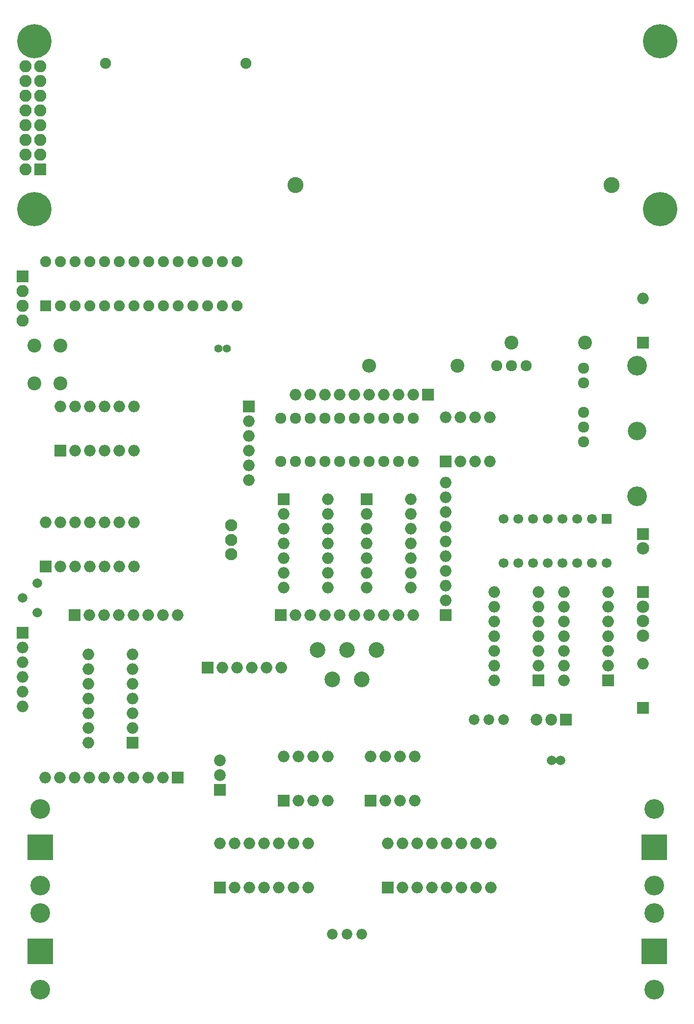
<source format=gbr>
%TF.GenerationSoftware,KiCad,Pcbnew,(5.0.0-rc2-dev-720-g9704891c8)*%
%TF.CreationDate,2018-06-11T16:43:15-04:00*%
%TF.ProjectId,Main,4D61696E2E6B696361645F7063620000,rev?*%
%TF.SameCoordinates,Original*%
%TF.FileFunction,Soldermask,Bot*%
%TF.FilePolarity,Negative*%
%FSLAX46Y46*%
G04 Gerber Fmt 4.6, Leading zero omitted, Abs format (unit mm)*
G04 Created by KiCad (PCBNEW (5.0.0-rc2-dev-720-g9704891c8)) date Mon Jun 11 16:43:15 2018*
%MOMM*%
%LPD*%
G01*
G04 APERTURE LIST*
%ADD10R,2.000000X2.000000*%
%ADD11O,2.000000X2.000000*%
%ADD12C,1.840000*%
%ADD13R,4.400000X4.400000*%
%ADD14C,3.400000*%
%ADD15C,2.150000*%
%ADD16R,2.150000X2.150000*%
%ADD17O,2.400000X2.400000*%
%ADD18C,2.400000*%
%ADD19C,3.200000*%
%ADD20C,1.900000*%
%ADD21C,1.660000*%
%ADD22C,1.400000*%
%ADD23C,2.760000*%
%ADD24C,1.670000*%
%ADD25C,1.924000*%
%ADD26R,1.898600X1.898600*%
%ADD27C,1.898600*%
%ADD28C,2.100000*%
%ADD29R,1.695400X1.695400*%
%ADD30C,1.695400*%
%ADD31C,2.700000*%
%ADD32O,2.100000X2.100000*%
%ADD33R,2.100000X2.100000*%
%ADD34C,2.020000*%
%ADD35R,2.020000X2.020000*%
%ADD36C,5.900000*%
G04 APERTURE END LIST*
D10*
X58000000Y-170000000D03*
D11*
X73240000Y-162380000D03*
X60540000Y-170000000D03*
X70700000Y-162380000D03*
X63080000Y-170000000D03*
X68160000Y-162380000D03*
X65620000Y-170000000D03*
X65620000Y-162380000D03*
X68160000Y-170000000D03*
X63080000Y-162380000D03*
X70700000Y-170000000D03*
X60540000Y-162380000D03*
X73240000Y-170000000D03*
X58000000Y-162380000D03*
D10*
X87000000Y-170000000D03*
D11*
X104780000Y-162380000D03*
X89540000Y-170000000D03*
X102240000Y-162380000D03*
X92080000Y-170000000D03*
X99700000Y-162380000D03*
X94620000Y-170000000D03*
X97160000Y-162380000D03*
X97160000Y-170000000D03*
X94620000Y-162380000D03*
X99700000Y-170000000D03*
X92080000Y-162380000D03*
X102240000Y-170000000D03*
X89540000Y-162380000D03*
X104780000Y-170000000D03*
X87000000Y-162380000D03*
D12*
X77460000Y-178000000D03*
X80000000Y-178000000D03*
X82540000Y-178000000D03*
D11*
X105380000Y-134240000D03*
X113000000Y-119000000D03*
X105380000Y-131700000D03*
X113000000Y-121540000D03*
X105380000Y-129160000D03*
X113000000Y-124080000D03*
X105380000Y-126620000D03*
X113000000Y-126620000D03*
X105380000Y-124080000D03*
X113000000Y-129160000D03*
X105380000Y-121540000D03*
X113000000Y-131700000D03*
X105380000Y-119000000D03*
D10*
X113000000Y-134240000D03*
D11*
X84000000Y-147380000D03*
X91620000Y-155000000D03*
X86540000Y-147380000D03*
X89080000Y-155000000D03*
X89080000Y-147380000D03*
X86540000Y-155000000D03*
X91620000Y-147380000D03*
D10*
X84000000Y-155000000D03*
D11*
X35380000Y-145000000D03*
X43000000Y-129760000D03*
X35380000Y-142460000D03*
X43000000Y-132300000D03*
X35380000Y-139920000D03*
X43000000Y-134840000D03*
X35380000Y-137380000D03*
X43000000Y-137380000D03*
X35380000Y-134840000D03*
X43000000Y-139920000D03*
X35380000Y-132300000D03*
X43000000Y-142460000D03*
X35380000Y-129760000D03*
D10*
X43000000Y-145000000D03*
D11*
X27980000Y-107000000D03*
X43220000Y-114620000D03*
X30520000Y-107000000D03*
X40680000Y-114620000D03*
X33060000Y-107000000D03*
X38140000Y-114620000D03*
X35600000Y-107000000D03*
X35600000Y-114620000D03*
X38140000Y-107000000D03*
X33060000Y-114620000D03*
X40680000Y-107000000D03*
X30520000Y-114620000D03*
X43220000Y-107000000D03*
D10*
X27980000Y-114620000D03*
D11*
X69000000Y-147380000D03*
X76620000Y-155000000D03*
X71540000Y-147380000D03*
X74080000Y-155000000D03*
X74080000Y-147380000D03*
X71540000Y-155000000D03*
X76620000Y-147380000D03*
D10*
X69000000Y-155000000D03*
D13*
X133000000Y-181000000D03*
D14*
X133000000Y-187600000D03*
X133000000Y-174400000D03*
D13*
X133000000Y-163000000D03*
D14*
X133000000Y-169600000D03*
X133000000Y-156400000D03*
D13*
X27000000Y-181000000D03*
D14*
X27000000Y-174400000D03*
X27000000Y-187600000D03*
D13*
X27000000Y-163000000D03*
D14*
X27000000Y-156400000D03*
X27000000Y-169600000D03*
D15*
X131000000Y-111500000D03*
D16*
X131000000Y-109000000D03*
D15*
X131000000Y-126500000D03*
X131000000Y-124000000D03*
X131000000Y-121500000D03*
D16*
X131000000Y-119000000D03*
D11*
X131000000Y-68380000D03*
D10*
X131000000Y-76000000D03*
D11*
X131000000Y-131380000D03*
D10*
X131000000Y-139000000D03*
D11*
X117380000Y-134240000D03*
X125000000Y-119000000D03*
X117380000Y-131700000D03*
X125000000Y-121540000D03*
X117380000Y-129160000D03*
X125000000Y-124080000D03*
X117380000Y-126620000D03*
X125000000Y-126620000D03*
X117380000Y-124080000D03*
X125000000Y-129160000D03*
X117380000Y-121540000D03*
X125000000Y-131700000D03*
X117380000Y-119000000D03*
D10*
X125000000Y-134240000D03*
D11*
X91000000Y-103000000D03*
X83380000Y-118240000D03*
X91000000Y-105540000D03*
X83380000Y-115700000D03*
X91000000Y-108080000D03*
X83380000Y-113160000D03*
X91000000Y-110620000D03*
X83380000Y-110620000D03*
X91000000Y-113160000D03*
X83380000Y-108080000D03*
X91000000Y-115700000D03*
X83380000Y-105540000D03*
X91000000Y-118240000D03*
D10*
X83380000Y-103000000D03*
D11*
X76620000Y-103000000D03*
X69000000Y-118240000D03*
X76620000Y-105540000D03*
X69000000Y-115700000D03*
X76620000Y-108080000D03*
X69000000Y-113160000D03*
X76620000Y-110620000D03*
X69000000Y-110620000D03*
X76620000Y-113160000D03*
X69000000Y-108080000D03*
X76620000Y-115700000D03*
X69000000Y-105540000D03*
X76620000Y-118240000D03*
D10*
X69000000Y-103000000D03*
D11*
X97000000Y-88880000D03*
X104620000Y-96500000D03*
X99540000Y-88880000D03*
X102080000Y-96500000D03*
X102080000Y-88880000D03*
X99540000Y-96500000D03*
X104620000Y-88880000D03*
D10*
X97000000Y-96500000D03*
D17*
X83760000Y-80000000D03*
D18*
X99000000Y-80000000D03*
D19*
X130000000Y-91250000D03*
D14*
X130000000Y-80000000D03*
X130000000Y-102500000D03*
D20*
X62500000Y-27850000D03*
X38300000Y-27850000D03*
D21*
X26540000Y-117460000D03*
X24000000Y-120000000D03*
X26540000Y-122540000D03*
D11*
X30520000Y-87000000D03*
X43220000Y-94620000D03*
X33060000Y-87000000D03*
X40680000Y-94620000D03*
X35600000Y-87000000D03*
X38140000Y-94620000D03*
X38140000Y-87000000D03*
X35600000Y-94620000D03*
X40680000Y-87000000D03*
X33060000Y-94620000D03*
X43220000Y-87000000D03*
D10*
X30520000Y-94620000D03*
D22*
X59250000Y-77000000D03*
X57750000Y-77000000D03*
D23*
X71030000Y-48830000D03*
D18*
X108300000Y-76000000D03*
X121000000Y-76000000D03*
D23*
X125630000Y-48830000D03*
D24*
X116762000Y-148000000D03*
X115238000Y-148000000D03*
D25*
X91430000Y-89000000D03*
X88890000Y-89000000D03*
X86350000Y-89000000D03*
X83810000Y-89000000D03*
X81270000Y-89000000D03*
X78730000Y-89000000D03*
X76190000Y-89000000D03*
X73650000Y-89000000D03*
X71110000Y-89000000D03*
X68570000Y-89000000D03*
X68570000Y-96500000D03*
X71110000Y-96500000D03*
X73650000Y-96500000D03*
X76190000Y-96500000D03*
X78730000Y-96500000D03*
X81270000Y-96500000D03*
X83810000Y-96500000D03*
X86350000Y-96500000D03*
X88890000Y-96500000D03*
X91430000Y-96500000D03*
D26*
X27980000Y-69620000D03*
D27*
X30520000Y-69620000D03*
X33060000Y-69620000D03*
X35600000Y-69620000D03*
X38140000Y-69620000D03*
X40680000Y-69620000D03*
X43220000Y-69620000D03*
X45760000Y-69620000D03*
X48300000Y-69620000D03*
X50840000Y-69620000D03*
X53380000Y-69620000D03*
X55920000Y-69620000D03*
X58460000Y-69620000D03*
X61000000Y-69620000D03*
X61000000Y-62000000D03*
X58460000Y-62000000D03*
X55920000Y-62000000D03*
X53380000Y-62000000D03*
X50840000Y-62000000D03*
X48300000Y-62000000D03*
X45760000Y-62000000D03*
X43220000Y-62000000D03*
X40680000Y-62000000D03*
X38140000Y-62000000D03*
X35600000Y-62000000D03*
X33060000Y-62000000D03*
X30520000Y-62000000D03*
X27980000Y-62000000D03*
D28*
X60000000Y-112500000D03*
X60000000Y-110000000D03*
X60000000Y-107500000D03*
D29*
X124780000Y-106380000D03*
D30*
X122240000Y-106380000D03*
X119700000Y-106380000D03*
X117160000Y-106380000D03*
X114620000Y-106380000D03*
X112080000Y-106380000D03*
X109540000Y-106380000D03*
X107000000Y-106380000D03*
X107000000Y-114000000D03*
X109540000Y-114000000D03*
X112080000Y-114000000D03*
X114620000Y-114000000D03*
X117160000Y-114000000D03*
X119700000Y-114000000D03*
X122240000Y-114000000D03*
X124780000Y-114000000D03*
D25*
X105760000Y-80000000D03*
X108300000Y-80000000D03*
X110840000Y-80000000D03*
X120750000Y-93080000D03*
X120750000Y-88000000D03*
X120750000Y-90540000D03*
X120750000Y-82920000D03*
X120750000Y-80380000D03*
D18*
X26020000Y-76500000D03*
X30520000Y-76500000D03*
X26020000Y-83000000D03*
X30520000Y-83000000D03*
D31*
X82540000Y-134080000D03*
X77460000Y-134080000D03*
X74920000Y-129000000D03*
X80000000Y-129000000D03*
X85080000Y-129000000D03*
D32*
X24000000Y-72160000D03*
X24000000Y-69620000D03*
X24000000Y-67080000D03*
D33*
X24000000Y-64540000D03*
D12*
X101920000Y-141000000D03*
X104460000Y-141000000D03*
X107000000Y-141000000D03*
D34*
X58000000Y-148000000D03*
X58000000Y-150540000D03*
D35*
X58000000Y-153080000D03*
D34*
X112650000Y-141000000D03*
X115190000Y-141000000D03*
D35*
X117730000Y-141000000D03*
D11*
X27920000Y-151000000D03*
X30460000Y-151000000D03*
X33000000Y-151000000D03*
X35540000Y-151000000D03*
X38080000Y-151000000D03*
X40620000Y-151000000D03*
X43160000Y-151000000D03*
X45700000Y-151000000D03*
X48240000Y-151000000D03*
D10*
X50780000Y-151000000D03*
D11*
X91430000Y-123000000D03*
X88890000Y-123000000D03*
X86350000Y-123000000D03*
X83810000Y-123000000D03*
X81270000Y-123000000D03*
X78730000Y-123000000D03*
X76190000Y-123000000D03*
X73650000Y-123000000D03*
X71110000Y-123000000D03*
D10*
X68570000Y-123000000D03*
D11*
X97000000Y-100140000D03*
X97000000Y-102680000D03*
X97000000Y-105220000D03*
X97000000Y-107760000D03*
X97000000Y-110300000D03*
X97000000Y-112840000D03*
X97000000Y-115380000D03*
X97000000Y-117920000D03*
X97000000Y-120460000D03*
D10*
X97000000Y-123000000D03*
X93970000Y-85000000D03*
D11*
X91430000Y-85000000D03*
X88890000Y-85000000D03*
X86350000Y-85000000D03*
X83810000Y-85000000D03*
X81270000Y-85000000D03*
X78730000Y-85000000D03*
X76190000Y-85000000D03*
X73650000Y-85000000D03*
X71110000Y-85000000D03*
D10*
X55920000Y-132000000D03*
D11*
X58460000Y-132000000D03*
X61000000Y-132000000D03*
X63540000Y-132000000D03*
X66080000Y-132000000D03*
X68620000Y-132000000D03*
X24000000Y-138700000D03*
X24000000Y-136160000D03*
X24000000Y-133620000D03*
X24000000Y-131080000D03*
X24000000Y-128540000D03*
D10*
X24000000Y-126000000D03*
X63000000Y-87000000D03*
D11*
X63000000Y-89540000D03*
X63000000Y-92080000D03*
X63000000Y-94620000D03*
X63000000Y-97160000D03*
X63000000Y-99700000D03*
X50780000Y-123000000D03*
X48240000Y-123000000D03*
X45700000Y-123000000D03*
X43160000Y-123000000D03*
X40620000Y-123000000D03*
X38080000Y-123000000D03*
X35540000Y-123000000D03*
D10*
X33000000Y-123000000D03*
D36*
X26000000Y-24000000D03*
X134000000Y-24000000D03*
X26000000Y-53000000D03*
X134000000Y-53000000D03*
D32*
X24500000Y-28340000D03*
X27040000Y-28340000D03*
X24500000Y-30880000D03*
X27040000Y-30880000D03*
X24500000Y-33420000D03*
X27040000Y-33420000D03*
X24500000Y-35960000D03*
X27040000Y-35960000D03*
X24500000Y-38500000D03*
X27040000Y-38500000D03*
X24500000Y-41040000D03*
X27040000Y-41040000D03*
X24500000Y-43580000D03*
X27040000Y-43580000D03*
X24500000Y-46120000D03*
D33*
X27040000Y-46120000D03*
M02*

</source>
